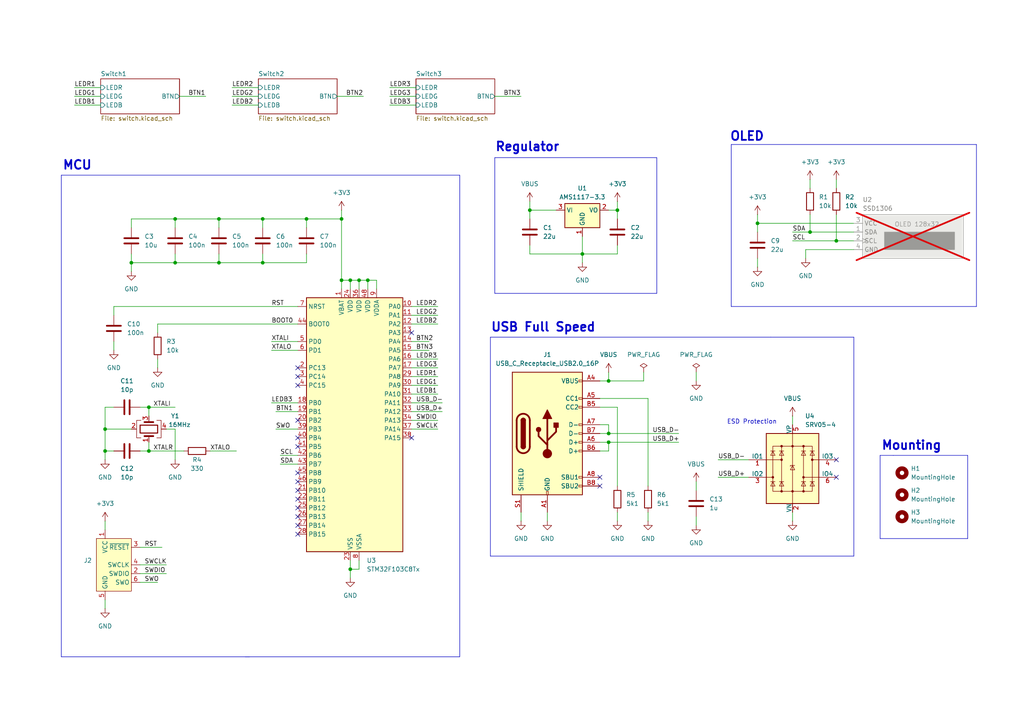
<source format=kicad_sch>
(kicad_sch (version 20231120) (generator "eeschema") (generator_version "8.0")
  (paper "A4")
  (lib_symbols
    (symbol "Connector:Conn_ARM_SWD_TagConnect_TC2030-NL" (in_bom no)
      (property "Reference" "J" (at 2.54 11.43 0))
      (property "Value" "Conn_ARM_SWD_TagConnect_TC2030-NL" (at 2.54 8.89 0))
      (symbol "Conn_ARM_SWD_TagConnect_TC2030-NL_0_0"
        (pin power_in line (at -2.54 10.16 270) (length 2.54) (name "VCC") (number "1"))
        (pin bidirectional line (at 7.62 -2.54 180) (length 2.54) (name "SWDIO") (number "2"))
        (pin open_collector line (at 7.62 5.08 180) (length 2.54) (name "~{RESET}") (number "3"))
        (pin output line (at 7.62 0 180) (length 2.54) (name "SWCLK") (number "4"))
        (pin power_in line (at -2.54 -10.16 90) (length 2.54) (name "GND") (number "5"))
        (pin input line (at 7.62 -5.08 180) (length 2.54) (name "SWO") (number "6"))
      )
      (symbol "Conn_ARM_SWD_TagConnect_TC2030-NL_0_1"
        (rectangle (start -5.08 7.62) (end 5.08 -7.62) (fill (type background)))
      )
    )
    (symbol "Connector:USB_C_Receptacle_USB2.0_16P" (pin_names (offset 1.016))
      (property "Reference" "J" (at 0 22.225 0))
      (property "Value" "USB_C_Receptacle_USB2.0_16P" (at 0 19.685 0))
      (symbol "USB_C_Receptacle_USB2.0_16P_0_0"
        (rectangle (start -0.254 -17.78) (end 0.254 -16.764))
        (rectangle (start 10.16 -14.986) (end 9.144 -15.494))
        (rectangle (start 10.16 -12.446) (end 9.144 -12.954))
        (rectangle (start 10.16 -4.826) (end 9.144 -5.334))
        (rectangle (start 10.16 -2.286) (end 9.144 -2.794))
        (rectangle (start 10.16 0.254) (end 9.144 -0.254))
        (rectangle (start 10.16 2.794) (end 9.144 2.286))
        (rectangle (start 10.16 7.874) (end 9.144 7.366))
        (rectangle (start 10.16 10.414) (end 9.144 9.906))
        (rectangle (start 10.16 15.494) (end 9.144 14.986))
      )
      (symbol "USB_C_Receptacle_USB2.0_16P_0_1"
        (rectangle (start -10.16 17.78) (end 10.16 -17.78) (stroke (width 0.254)) (fill (type background)))
        (arc (start -8.89 -3.81) (mid -6.985 -5.7067) (end -5.08 -3.81) (stroke (width 0.508)))
        (arc (start -7.62 -3.81) (mid -6.985 -4.4423) (end -6.35 -3.81) (stroke (width 0.254)))
        (arc (start -7.62 -3.81) (mid -6.985 -4.4423) (end -6.35 -3.81) (stroke (width 0.254)) (fill (type outline)))
        (rectangle (start -7.62 -3.81) (end -6.35 3.81) (stroke (width 0.254)) (fill (type outline)))
        (arc (start -6.35 3.81) (mid -6.985 4.4423) (end -7.62 3.81) (stroke (width 0.254)))
        (arc (start -6.35 3.81) (mid -6.985 4.4423) (end -7.62 3.81) (stroke (width 0.254)) (fill (type outline)))
        (arc (start -5.08 3.81) (mid -6.985 5.7067) (end -8.89 3.81) (stroke (width 0.508)))
        (circle (center -2.54 1.143) (radius 0.635) (stroke (width 0.254)) (fill (type outline)))
        (circle (center 0 -5.842) (radius 1.27) (fill (type outline)))
        (polyline (pts (xy -8.89 -3.81) (xy -8.89 3.81)) (stroke (width 0.508)))
        (polyline (pts (xy -5.08 3.81) (xy -5.08 -3.81)) (stroke (width 0.508)))
        (polyline (pts (xy 0 -5.842) (xy 0 4.318)) (stroke (width 0.508)))
        (polyline (pts (xy 0 -3.302) (xy -2.54 -0.762) (xy -2.54 0.508)) (stroke (width 0.508)))
        (polyline (pts (xy 0 -2.032) (xy 2.54 0.508) (xy 2.54 1.778)) (stroke (width 0.508)))
        (polyline (pts (xy -1.27 4.318) (xy 0 6.858) (xy 1.27 4.318) (xy -1.27 4.318)) (stroke (width 0.254)) (fill (type outline)))
        (rectangle (start 1.905 1.778) (end 3.175 3.048) (stroke (width 0.254)) (fill (type outline)))
      )
      (symbol "USB_C_Receptacle_USB2.0_16P_1_1"
        (pin passive line (at 0 -22.86 90) (length 5.08) (name "GND") (number "A1"))
        (pin passive line (at 0 -22.86 90) (length 5.08) hide (name "GND") (number "A12"))
        (pin passive line (at 15.24 15.24 180) (length 5.08) (name "VBUS") (number "A4"))
        (pin bidirectional line (at 15.24 10.16 180) (length 5.08) (name "CC1") (number "A5"))
        (pin bidirectional line (at 15.24 -2.54 180) (length 5.08) (name "D+") (number "A6"))
        (pin bidirectional line (at 15.24 2.54 180) (length 5.08) (name "D-") (number "A7"))
        (pin bidirectional line (at 15.24 -12.7 180) (length 5.08) (name "SBU1") (number "A8"))
        (pin passive line (at 15.24 15.24 180) (length 5.08) hide (name "VBUS") (number "A9"))
        (pin passive line (at 0 -22.86 90) (length 5.08) hide (name "GND") (number "B1"))
        (pin passive line (at 0 -22.86 90) (length 5.08) hide (name "GND") (number "B12"))
        (pin passive line (at 15.24 15.24 180) (length 5.08) hide (name "VBUS") (number "B4"))
        (pin bidirectional line (at 15.24 7.62 180) (length 5.08) (name "CC2") (number "B5"))
        (pin bidirectional line (at 15.24 -5.08 180) (length 5.08) (name "D+") (number "B6"))
        (pin bidirectional line (at 15.24 0 180) (length 5.08) (name "D-") (number "B7"))
        (pin bidirectional line (at 15.24 -15.24 180) (length 5.08) (name "SBU2") (number "B8"))
        (pin passive line (at 15.24 15.24 180) (length 5.08) hide (name "VBUS") (number "B9"))
        (pin passive line (at -7.62 -22.86 90) (length 5.08) (name "SHIELD") (number "S1"))
      )
    )
    (symbol "Device:C" (pin_numbers hide) (pin_names (offset 0.254))
      (property "Reference" "C" (at 0.635 2.54 0))
      (property "Value" "C" (at 0.635 -2.54 0))
      (symbol "C_0_1"
        (polyline (pts (xy -2.032 -0.762) (xy 2.032 -0.762)) (stroke (width 0.508)))
        (polyline (pts (xy -2.032 0.762) (xy 2.032 0.762)) (stroke (width 0.508)))
      )
      (symbol "C_1_1"
        (pin passive line (at 0 3.81 270) (length 2.794) (name "~") (number "1"))
        (pin passive line (at 0 -3.81 90) (length 2.794) (name "~") (number "2"))
      )
    )
    (symbol "Device:Crystal_GND24" (pin_names (offset 1.016) hide)
      (property "Reference" "Y" (at 3.175 5.08 0))
      (property "Value" "Crystal_GND24" (at 3.175 3.175 0))
      (symbol "Crystal_GND24_0_1"
        (rectangle (start -1.143 2.54) (end 1.143 -2.54) (stroke (width 0.3048)))
        (polyline (pts (xy -2.54 0) (xy -2.032 0)))
        (polyline (pts (xy -2.032 -1.27) (xy -2.032 1.27)) (stroke (width 0.508)))
        (polyline (pts (xy 0 -3.81) (xy 0 -3.556)))
        (polyline (pts (xy 0 3.556) (xy 0 3.81)))
        (polyline (pts (xy 2.032 -1.27) (xy 2.032 1.27)) (stroke (width 0.508)))
        (polyline (pts (xy 2.032 0) (xy 2.54 0)))
        (polyline (pts (xy -2.54 -2.286) (xy -2.54 -3.556) (xy 2.54 -3.556) (xy 2.54 -2.286)))
        (polyline (pts (xy -2.54 2.286) (xy -2.54 3.556) (xy 2.54 3.556) (xy 2.54 2.286)))
      )
      (symbol "Crystal_GND24_1_1"
        (pin passive line (at -3.81 0 0) (length 1.27) (name "1") (number "1"))
        (pin passive line (at 0 5.08 270) (length 1.27) (name "2") (number "2"))
        (pin passive line (at 3.81 0 180) (length 1.27) (name "3") (number "3"))
        (pin passive line (at 0 -5.08 90) (length 1.27) (name "4") (number "4"))
      )
    )
    (symbol "Device:R" (pin_numbers hide) (pin_names (offset 0))
      (property "Reference" "R" (at 2.032 0 90))
      (property "Value" "R" (at 0 0 90))
      (symbol "R_0_1"
        (rectangle (start -1.016 -2.54) (end 1.016 2.54) (stroke (width 0.254)))
      )
      (symbol "R_1_1"
        (pin passive line (at 0 3.81 270) (length 1.27) (name "~") (number "1"))
        (pin passive line (at 0 -3.81 90) (length 1.27) (name "~") (number "2"))
      )
    )
    (symbol "GND_1" (power) (pin_numbers hide) (pin_names (offset 0) hide)
      (property "Value" "GND" (at 0 -3.81 0))
      (symbol "GND_1_0_1"
        (polyline (pts (xy 0 0) (xy 0 -1.27) (xy 1.27 -1.27) (xy 0 -2.54) (xy -1.27 -1.27) (xy 0 -1.27)))
      )
      (symbol "GND_1_1_1"
        (pin power_in line (at 0 0 270) (length 0) (name "~") (number "1"))
      )
    )
    (symbol "GND_10" (power) (pin_numbers hide) (pin_names (offset 0) hide)
      (property "Value" "GND" (at 0 -3.81 0))
      (symbol "GND_10_0_1"
        (polyline (pts (xy 0 0) (xy 0 -1.27) (xy 1.27 -1.27) (xy 0 -2.54) (xy -1.27 -1.27) (xy 0 -1.27)))
      )
      (symbol "GND_10_1_1"
        (pin power_in line (at 0 0 270) (length 0) (name "~") (number "1"))
      )
    )
    (symbol "GND_12" (power) (pin_numbers hide) (pin_names (offset 0) hide)
      (property "Value" "GND" (at 0 -3.81 0))
      (symbol "GND_12_0_1"
        (polyline (pts (xy 0 0) (xy 0 -1.27) (xy 1.27 -1.27) (xy 0 -2.54) (xy -1.27 -1.27) (xy 0 -1.27)))
      )
      (symbol "GND_12_1_1"
        (pin power_in line (at 0 0 270) (length 0) (name "~") (number "1"))
      )
    )
    (symbol "GND_13" (power) (pin_numbers hide) (pin_names (offset 0) hide)
      (property "Value" "GND" (at 0 -3.81 0))
      (symbol "GND_13_0_1"
        (polyline (pts (xy 0 0) (xy 0 -1.27) (xy 1.27 -1.27) (xy 0 -2.54) (xy -1.27 -1.27) (xy 0 -1.27)))
      )
      (symbol "GND_13_1_1"
        (pin power_in line (at 0 0 270) (length 0) (name "~") (number "1"))
      )
    )
    (symbol "GND_14" (power) (pin_numbers hide) (pin_names (offset 0) hide)
      (property "Value" "GND" (at 0 -3.81 0))
      (symbol "GND_14_0_1"
        (polyline (pts (xy 0 0) (xy 0 -1.27) (xy 1.27 -1.27) (xy 0 -2.54) (xy -1.27 -1.27) (xy 0 -1.27)))
      )
      (symbol "GND_14_1_1"
        (pin power_in line (at 0 0 270) (length 0) (name "~") (number "1"))
      )
    )
    (symbol "GND_16" (power) (pin_numbers hide) (pin_names (offset 0) hide)
      (property "Value" "GND" (at 0 -3.81 0))
      (symbol "GND_16_0_1"
        (polyline (pts (xy 0 0) (xy 0 -1.27) (xy 1.27 -1.27) (xy 0 -2.54) (xy -1.27 -1.27) (xy 0 -1.27)))
      )
      (symbol "GND_16_1_1"
        (pin power_in line (at 0 0 270) (length 0) (name "~") (number "1"))
      )
    )
    (symbol "GND_17" (power) (pin_numbers hide) (pin_names (offset 0) hide)
      (property "Value" "GND" (at 0 -3.81 0))
      (symbol "GND_17_0_1"
        (polyline (pts (xy 0 0) (xy 0 -1.27) (xy 1.27 -1.27) (xy 0 -2.54) (xy -1.27 -1.27) (xy 0 -1.27)))
      )
      (symbol "GND_17_1_1"
        (pin power_in line (at 0 0 270) (length 0) (name "~") (number "1"))
      )
    )
    (symbol "GND_2" (power) (pin_numbers hide) (pin_names (offset 0) hide)
      (property "Value" "GND" (at 0 -3.81 0))
      (symbol "GND_2_0_1"
        (polyline (pts (xy 0 0) (xy 0 -1.27) (xy 1.27 -1.27) (xy 0 -2.54) (xy -1.27 -1.27) (xy 0 -1.27)))
      )
      (symbol "GND_2_1_1"
        (pin power_in line (at 0 0 270) (length 0) (name "~") (number "1"))
      )
    )
    (symbol "GND_6" (power) (pin_numbers hide) (pin_names (offset 0) hide)
      (property "Value" "GND" (at 0 -3.81 0))
      (symbol "GND_6_0_1"
        (polyline (pts (xy 0 0) (xy 0 -1.27) (xy 1.27 -1.27) (xy 0 -2.54) (xy -1.27 -1.27) (xy 0 -1.27)))
      )
      (symbol "GND_6_1_1"
        (pin power_in line (at 0 0 270) (length 0) (name "~") (number "1"))
      )
    )
    (symbol "MCU_ST_STM32F1:STM32F103C8Tx"
      (property "Reference" "U" (at -12.7 39.37 0))
      (property "Value" "STM32F103C8Tx" (at 10.16 39.37 0))
      (symbol "STM32F103C8Tx_0_1"
        (rectangle (start -12.7 -35.56) (end 15.24 38.1) (stroke (width 0.254)) (fill (type background)))
      )
      (symbol "STM32F103C8Tx_1_1"
        (pin power_in line (at -2.54 40.64 270) (length 2.54) (name "VBAT") (number "1"))
        (pin bidirectional line (at 17.78 35.56 180) (length 2.54) (name "PA0") (number "10"))
        (pin bidirectional line (at 17.78 33.02 180) (length 2.54) (name "PA1") (number "11"))
        (pin bidirectional line (at 17.78 30.48 180) (length 2.54) (name "PA2") (number "12"))
        (pin bidirectional line (at 17.78 27.94 180) (length 2.54) (name "PA3") (number "13"))
        (pin bidirectional line (at 17.78 25.4 180) (length 2.54) (name "PA4") (number "14"))
        (pin bidirectional line (at 17.78 22.86 180) (length 2.54) (name "PA5") (number "15"))
        (pin bidirectional line (at 17.78 20.32 180) (length 2.54) (name "PA6") (number "16"))
        (pin bidirectional line (at 17.78 17.78 180) (length 2.54) (name "PA7") (number "17"))
        (pin bidirectional line (at -15.24 7.62 0) (length 2.54) (name "PB0") (number "18"))
        (pin bidirectional line (at -15.24 5.08 0) (length 2.54) (name "PB1") (number "19"))
        (pin bidirectional line (at -15.24 17.78 0) (length 2.54) (name "PC13") (number "2"))
        (pin bidirectional line (at -15.24 2.54 0) (length 2.54) (name "PB2") (number "20"))
        (pin bidirectional line (at -15.24 -17.78 0) (length 2.54) (name "PB10") (number "21"))
        (pin bidirectional line (at -15.24 -20.32 0) (length 2.54) (name "PB11") (number "22"))
        (pin power_in line (at 0 -38.1 90) (length 2.54) (name "VSS") (number "23"))
        (pin power_in line (at 0 40.64 270) (length 2.54) (name "VDD") (number "24"))
        (pin bidirectional line (at -15.24 -22.86 0) (length 2.54) (name "PB12") (number "25"))
        (pin bidirectional line (at -15.24 -25.4 0) (length 2.54) (name "PB13") (number "26"))
        (pin bidirectional line (at -15.24 -27.94 0) (length 2.54) (name "PB14") (number "27"))
        (pin bidirectional line (at -15.24 -30.48 0) (length 2.54) (name "PB15") (number "28"))
        (pin bidirectional line (at 17.78 15.24 180) (length 2.54) (name "PA8") (number "29"))
        (pin bidirectional line (at -15.24 15.24 0) (length 2.54) (name "PC14") (number "3"))
        (pin bidirectional line (at 17.78 12.7 180) (length 2.54) (name "PA9") (number "30"))
        (pin bidirectional line (at 17.78 10.16 180) (length 2.54) (name "PA10") (number "31"))
        (pin bidirectional line (at 17.78 7.62 180) (length 2.54) (name "PA11") (number "32"))
        (pin bidirectional line (at 17.78 5.08 180) (length 2.54) (name "PA12") (number "33"))
        (pin bidirectional line (at 17.78 2.54 180) (length 2.54) (name "PA13") (number "34"))
        (pin passive line (at 0 -38.1 90) (length 2.54) hide (name "VSS") (number "35"))
        (pin power_in line (at 2.54 40.64 270) (length 2.54) (name "VDD") (number "36"))
        (pin bidirectional line (at 17.78 0 180) (length 2.54) (name "PA14") (number "37"))
        (pin bidirectional line (at 17.78 -2.54 180) (length 2.54) (name "PA15") (number "38"))
        (pin bidirectional line (at -15.24 0 0) (length 2.54) (name "PB3") (number "39"))
        (pin bidirectional line (at -15.24 12.7 0) (length 2.54) (name "PC15") (number "4"))
        (pin bidirectional line (at -15.24 -2.54 0) (length 2.54) (name "PB4") (number "40"))
        (pin bidirectional line (at -15.24 -5.08 0) (length 2.54) (name "PB5") (number "41"))
        (pin bidirectional line (at -15.24 -7.62 0) (length 2.54) (name "PB6") (number "42"))
        (pin bidirectional line (at -15.24 -10.16 0) (length 2.54) (name "PB7") (number "43"))
        (pin input line (at -15.24 30.48 0) (length 2.54) (name "BOOT0") (number "44"))
        (pin bidirectional line (at -15.24 -12.7 0) (length 2.54) (name "PB8") (number "45"))
        (pin bidirectional line (at -15.24 -15.24 0) (length 2.54) (name "PB9") (number "46"))
        (pin passive line (at 0 -38.1 90) (length 2.54) hide (name "VSS") (number "47"))
        (pin power_in line (at 5.08 40.64 270) (length 2.54) (name "VDD") (number "48"))
        (pin bidirectional line (at -15.24 25.4 0) (length 2.54) (name "PD0") (number "5"))
        (pin bidirectional line (at -15.24 22.86 0) (length 2.54) (name "PD1") (number "6"))
        (pin input line (at -15.24 35.56 0) (length 2.54) (name "NRST") (number "7"))
        (pin power_in line (at 2.54 -38.1 90) (length 2.54) (name "VSSA") (number "8"))
        (pin power_in line (at 7.62 40.64 270) (length 2.54) (name "VDDA") (number "9"))
      )
    )
    (symbol "Mechanical:MountingHole" (pin_names (offset 1.016)) (exclude_from_sim yes) (in_bom no)
      (property "Reference" "H" (at 0 5.08 0))
      (property "Value" "MountingHole" (at 0 3.175 0))
      (symbol "MountingHole_0_1"
        (circle (center 0 0) (radius 1.27) (stroke (width 1.27)))
      )
    )
    (symbol "Power_Protection:SRV05-4" (pin_names (offset 0))
      (property "Reference" "U" (at -5.08 11.43 0))
      (property "Value" "SRV05-4" (at 2.54 11.43 0))
      (symbol "SRV05-4_0_0"
        (rectangle (start -5.715 6.477) (end 5.715 -6.604))
        (polyline (pts (xy -3.175 -6.604) (xy -3.175 6.477)))
        (polyline (pts (xy 3.175 6.477) (xy 3.175 -6.604)))
      )
      (symbol "SRV05-4_0_1"
        (rectangle (start -7.62 10.16) (end 7.62 -10.16) (stroke (width 0.254)) (fill (type background)))
        (circle (center -5.715 -2.54) (radius 0.2794) (fill (type outline)))
        (circle (center -3.175 -6.604) (radius 0.2794) (fill (type outline)))
        (circle (center -3.175 2.54) (radius 0.2794) (fill (type outline)))
        (circle (center -3.175 6.477) (radius 0.2794) (fill (type outline)))
        (circle (center 0 -6.604) (radius 0.2794) (fill (type outline)))
        (polyline (pts (xy -7.747 2.54) (xy -3.175 2.54)))
        (polyline (pts (xy -7.62 -2.54) (xy -5.715 -2.54)))
        (polyline (pts (xy -5.08 -3.81) (xy -6.35 -3.81)))
        (polyline (pts (xy -5.08 5.08) (xy -6.35 5.08)))
        (polyline (pts (xy -2.54 -3.81) (xy -3.81 -3.81)))
        (polyline (pts (xy -2.54 5.08) (xy -3.81 5.08)))
        (polyline (pts (xy 0 10.16) (xy 0 -10.16)))
        (polyline (pts (xy 3.81 -3.81) (xy 2.54 -3.81)))
        (polyline (pts (xy 3.81 5.08) (xy 2.54 5.08)))
        (polyline (pts (xy 6.35 -3.81) (xy 5.08 -3.81)))
        (polyline (pts (xy 6.35 5.08) (xy 5.08 5.08)))
        (polyline (pts (xy 7.62 -2.54) (xy 3.175 -2.54)))
        (polyline (pts (xy 7.62 2.54) (xy 5.715 2.54)))
        (polyline (pts (xy 0.635 0.889) (xy -0.635 0.889) (xy -0.635 0.635)))
        (polyline (pts (xy -5.08 -5.08) (xy -6.35 -5.08) (xy -5.715 -3.81) (xy -5.08 -5.08)))
        (polyline (pts (xy -5.08 3.81) (xy -6.35 3.81) (xy -5.715 5.08) (xy -5.08 3.81)))
        (polyline (pts (xy -2.54 -5.08) (xy -3.81 -5.08) (xy -3.175 -3.81) (xy -2.54 -5.08)))
        (polyline (pts (xy -2.54 3.81) (xy -3.81 3.81) (xy -3.175 5.08) (xy -2.54 3.81)))
        (polyline (pts (xy 0.635 -0.381) (xy -0.635 -0.381) (xy 0 0.889) (xy 0.635 -0.381)))
        (polyline (pts (xy 3.81 -5.08) (xy 2.54 -5.08) (xy 3.175 -3.81) (xy 3.81 -5.08)))
        (polyline (pts (xy 3.81 3.81) (xy 2.54 3.81) (xy 3.175 5.08) (xy 3.81 3.81)))
        (polyline (pts (xy 6.35 -5.08) (xy 5.08 -5.08) (xy 5.715 -3.81) (xy 6.35 -5.08)))
        (polyline (pts (xy 6.35 3.81) (xy 5.08 3.81) (xy 5.715 5.08) (xy 6.35 3.81)))
        (circle (center 0 6.477) (radius 0.2794) (fill (type outline)))
        (circle (center 3.175 -6.604) (radius 0.2794) (fill (type outline)))
        (circle (center 3.175 -2.54) (radius 0.2794) (fill (type outline)))
        (circle (center 3.175 6.477) (radius 0.2794) (fill (type outline)))
        (circle (center 5.715 2.54) (radius 0.2794) (fill (type outline)))
      )
      (symbol "SRV05-4_1_1"
        (pin passive line (at -12.7 2.54 0) (length 5.08) (name "IO1") (number "1"))
        (pin passive line (at 0 -12.7 90) (length 2.54) (name "VN") (number "2"))
        (pin passive line (at -12.7 -2.54 0) (length 5.08) (name "IO2") (number "3"))
        (pin passive line (at 12.7 2.54 180) (length 5.08) (name "IO3") (number "4"))
        (pin passive line (at 0 12.7 270) (length 2.54) (name "VP") (number "5"))
        (pin passive line (at 12.7 -2.54 180) (length 5.08) (name "IO4") (number "6"))
      )
    )
    (symbol "Regulator_Linear:AMS1117-3.3"
      (property "Reference" "U" (at -3.81 3.175 0))
      (property "Value" "AMS1117-3.3" (at 0 3.175 0))
      (symbol "AMS1117-3.3_0_1"
        (rectangle (start -5.08 -5.08) (end 5.08 1.905) (stroke (width 0.254)) (fill (type background)))
      )
      (symbol "AMS1117-3.3_1_1"
        (pin power_in line (at 0 -7.62 90) (length 2.54) (name "GND") (number "1"))
        (pin power_out line (at 7.62 0 180) (length 2.54) (name "VO") (number "2"))
        (pin power_in line (at -7.62 0 0) (length 2.54) (name "VI") (number "3"))
      )
    )
    (symbol "User_Symbols:SSD1306_128x32"
      (property "Reference" "U" (at 1.27 1.524 0))
      (property "Value" "SSD1306" (at 24.384 1.524 0))
      (symbol "SSD1306_128x32_1_1"
        (rectangle (start 0 0) (end 29.21 -12.7) (fill (type background)))
        (rectangle (start 6.35 -5.08) (end 26.67 -10.16) (fill (type outline)))
        (text "OLED 128x32" (at 15.748 -2.794 0) (effects (font (size 1.27 1.27))))
        (pin bidirectional line (at -2.54 -5.08 0) (length 2.54) (name "SDA") (number "1"))
        (pin input clock (at -2.54 -7.62 0) (length 2.54) (name "SCL") (number "2"))
        (pin power_in line (at -2.54 -2.54 0) (length 2.54) (name "VCC") (number "3"))
        (pin power_in line (at -2.54 -10.16 0) (length 2.54) (name "GND") (number "4"))
      )
    )
    (symbol "VDDA_6" (power) (pin_numbers hide) (pin_names (offset 0) hide)
      (property "Value" "VDDA" (at 0 3.556 0))
      (symbol "VDDA_6_0_1"
        (polyline (pts (xy -0.762 1.27) (xy 0 2.54)))
        (polyline (pts (xy 0 0) (xy 0 2.54)))
        (polyline (pts (xy 0 2.54) (xy 0.762 1.27)))
      )
      (symbol "VDDA_6_1_1"
        (pin power_in line (at 0 0 90) (length 0) (name "~") (number "1"))
      )
    )
    (symbol "power:+3V3" (power) (pin_numbers hide) (pin_names (offset 0) hide)
      (property "Value" "+3V3" (at 0 3.556 0))
      (symbol "+3V3_0_1"
        (polyline (pts (xy -0.762 1.27) (xy 0 2.54)))
        (polyline (pts (xy 0 0) (xy 0 2.54)))
        (polyline (pts (xy 0 2.54) (xy 0.762 1.27)))
      )
      (symbol "+3V3_1_1"
        (pin power_in line (at 0 0 90) (length 0) (name "~") (number "1"))
      )
    )
    (symbol "power:GND" (power) (pin_numbers hide) (pin_names (offset 0) hide)
      (property "Value" "GND" (at 0 -3.81 0))
      (symbol "GND_0_1"
        (polyline (pts (xy 0 0) (xy 0 -1.27) (xy 1.27 -1.27) (xy 0 -2.54) (xy -1.27 -1.27) (xy 0 -1.27)))
      )
      (symbol "GND_1_1"
        (pin power_in line (at 0 0 270) (length 0) (name "~") (number "1"))
      )
    )
    (symbol "power:PWR_FLAG" (power) (pin_numbers hide) (pin_names (offset 0) hide)
      (property "Value" "PWR_FLAG" (at 0 3.81 0))
      (symbol "PWR_FLAG_0_0"
        (pin power_out line (at 0 0 90) (length 0) (name "~") (number "1"))
      )
      (symbol "PWR_FLAG_0_1"
        (polyline (pts (xy 0 0) (xy 0 1.27) (xy -1.016 1.905) (xy 0 2.54) (xy 1.016 1.905) (xy 0 1.27)))
      )
    )
    (symbol "power:VBUS" (power) (pin_numbers hide) (pin_names (offset 0) hide)
      (property "Value" "VBUS" (at 0 3.556 0))
      (symbol "VBUS_0_1"
        (polyline (pts (xy -0.762 1.27) (xy 0 2.54)))
        (polyline (pts (xy 0 0) (xy 0 2.54)))
        (polyline (pts (xy 0 2.54) (xy 0.762 1.27)))
      )
      (symbol "VBUS_1_1"
        (pin power_in line (at 0 0 90) (length 0) (name "~") (number "1"))
      )
    )
    (symbol "power:VDD" (power) (pin_numbers hide) (pin_names (offset 0) hide)
      (property "Value" "VDD" (at 0 3.556 0))
      (symbol "VDD_0_1"
        (polyline (pts (xy -0.762 1.27) (xy 0 2.54)))
        (polyline (pts (xy 0 0) (xy 0 2.54)))
        (polyline (pts (xy 0 2.54) (xy 0.762 1.27)))
      )
      (symbol "VDD_1_1"
        (pin power_in line (at 0 0 90) (length 0) (name "~") (number "1"))
      )
    )
  )
  (junction (at 43.18 130.81))
  (junction (at 99.06 63.5))
  (junction (at 168.91 73.66))
  (junction (at 242.57 69.85))
  (junction (at 76.2 76.2))
  (junction (at 88.9 63.5))
  (junction (at 106.68 81.28))
  (junction (at 38.1 76.2))
  (junction (at 101.6 81.28))
  (junction (at 63.5 63.5))
  (junction (at 30.48 130.81))
  (junction (at 176.53 110.49))
  (junction (at 153.67 60.96))
  (junction (at 50.8 63.5))
  (junction (at 30.48 124.46))
  (junction (at 63.5 76.2))
  (junction (at 234.95 67.31))
  (junction (at 104.14 81.28))
  (junction (at 219.71 64.77))
  (junction (at 76.2 63.5))
  (junction (at 179.07 60.96))
  (junction (at 50.8 76.2))
  (junction (at 43.18 118.11))
  (junction (at 101.6 165.1))
  (junction (at 176.53 125.73))
  (junction (at 176.53 128.27))
  (junction (at 99.06 81.28))
  (no_connect (at 86.36 109.22))
  (no_connect (at 86.36 142.24))
  (no_connect (at 242.57 138.43))
  (no_connect (at 86.36 121.92))
  (no_connect (at 86.36 111.76))
  (no_connect (at 86.36 152.4))
  (no_connect (at 86.36 144.78))
  (no_connect (at 173.99 138.43))
  (no_connect (at 86.36 139.7))
  (no_connect (at 119.38 96.52))
  (no_connect (at 119.38 127))
  (no_connect (at 242.57 133.35))
  (no_connect (at 86.36 129.54))
  (no_connect (at 86.36 137.16))
  (no_connect (at 86.36 154.94))
  (no_connect (at 86.36 127))
  (no_connect (at 86.36 149.86))
  (no_connect (at 86.36 147.32))
  (no_connect (at 173.99 140.97))
  (no_connect (at 86.36 106.68))
  (wire (pts (xy 119.38 106.68) (xy 127 106.68)))
  (wire (pts (xy 119.38 91.44) (xy 127 91.44)))
  (wire (pts (xy 109.22 81.28) (xy 109.22 83.82)))
  (polyline (pts (xy 17.78 190.5) (xy 72.39 190.5)))
  (wire (pts (xy 40.64 166.37) (xy 48.26 166.37)))
  (wire (pts (xy 119.38 101.6) (xy 124.46 101.6)))
  (wire (pts (xy 173.99 115.57) (xy 187.96 115.57)))
  (polyline (pts (xy 143.51 85.09) (xy 190.5 85.09)))
  (wire (pts (xy 119.38 93.98) (xy 127 93.98)))
  (wire (pts (xy 40.64 158.75) (xy 46.99 158.75)))
  (wire (pts (xy 30.48 118.11) (xy 33.02 118.11)))
  (wire (pts (xy 186.69 107.95) (xy 186.69 110.49)))
  (wire (pts (xy 119.38 111.76) (xy 127 111.76)))
  (polyline (pts (xy 133.35 190.5) (xy 133.35 50.8)))
  (wire (pts (xy 67.31 30.48) (xy 74.93 30.48)))
  (wire (pts (xy 153.67 63.5) (xy 153.67 60.96)))
  (polyline (pts (xy 283.21 41.91) (xy 212.09 41.91)))
  (wire (pts (xy 119.38 119.38) (xy 128.27 119.38)))
  (wire (pts (xy 78.74 99.06) (xy 86.36 99.06)))
  (wire (pts (xy 143.51 27.94) (xy 151.13 27.94)))
  (wire (pts (xy 63.5 73.66) (xy 63.5 76.2)))
  (wire (pts (xy 176.53 110.49) (xy 173.99 110.49)))
  (wire (pts (xy 201.93 139.7) (xy 201.93 142.24)))
  (wire (pts (xy 88.9 63.5) (xy 99.06 63.5)))
  (wire (pts (xy 219.71 64.77) (xy 247.65 64.77)))
  (wire (pts (xy 119.38 121.92) (xy 127 121.92)))
  (polyline (pts (xy 142.24 97.79) (xy 223.52 97.79)))
  (wire (pts (xy 38.1 76.2) (xy 38.1 78.74)))
  (wire (pts (xy 30.48 124.46) (xy 38.1 124.46)))
  (wire (pts (xy 99.06 60.96) (xy 99.06 63.5)))
  (wire (pts (xy 173.99 130.81) (xy 176.53 130.81)))
  (wire (pts (xy 179.07 58.42) (xy 179.07 60.96)))
  (polyline (pts (xy 280.67 132.08) (xy 280.67 156.21)))
  (wire (pts (xy 33.02 88.9) (xy 86.36 88.9)))
  (wire (pts (xy 80.01 119.38) (xy 86.36 119.38)))
  (wire (pts (xy 106.68 81.28) (xy 106.68 83.82)))
  (wire (pts (xy 229.87 148.59) (xy 229.87 151.13)))
  (wire (pts (xy 151.13 148.59) (xy 151.13 151.13)))
  (wire (pts (xy 104.14 81.28) (xy 106.68 81.28)))
  (wire (pts (xy 30.48 124.46) (xy 30.48 118.11)))
  (wire (pts (xy 179.07 60.96) (xy 179.07 63.5)))
  (wire (pts (xy 50.8 76.2) (xy 63.5 76.2)))
  (wire (pts (xy 88.9 73.66) (xy 88.9 76.2)))
  (wire (pts (xy 106.68 81.28) (xy 109.22 81.28)))
  (wire (pts (xy 176.53 123.19) (xy 176.53 125.73)))
  (wire (pts (xy 208.28 138.43) (xy 217.17 138.43)))
  (wire (pts (xy 33.02 99.06) (xy 33.02 101.6)))
  (wire (pts (xy 38.1 76.2) (xy 50.8 76.2)))
  (wire (pts (xy 168.91 73.66) (xy 179.07 73.66)))
  (wire (pts (xy 201.93 107.95) (xy 201.93 110.49)))
  (wire (pts (xy 101.6 162.56) (xy 101.6 165.1)))
  (wire (pts (xy 179.07 140.97) (xy 179.07 118.11)))
  (wire (pts (xy 119.38 99.06) (xy 124.46 99.06)))
  (wire (pts (xy 219.71 74.93) (xy 219.71 77.47)))
  (wire (pts (xy 60.96 130.81) (xy 68.58 130.81)))
  (wire (pts (xy 179.07 73.66) (xy 179.07 71.12)))
  (wire (pts (xy 242.57 69.85) (xy 247.65 69.85)))
  (polyline (pts (xy 259.08 132.08) (xy 280.67 132.08)))
  (wire (pts (xy 101.6 165.1) (xy 104.14 165.1)))
  (wire (pts (xy 63.5 63.5) (xy 63.5 66.04)))
  (wire (pts (xy 234.95 52.07) (xy 234.95 54.61)))
  (wire (pts (xy 186.69 110.49) (xy 176.53 110.49)))
  (wire (pts (xy 153.67 73.66) (xy 168.91 73.66)))
  (polyline (pts (xy 255.27 132.08) (xy 259.08 132.08)))
  (wire (pts (xy 40.64 163.83) (xy 48.26 163.83)))
  (wire (pts (xy 229.87 69.85) (xy 242.57 69.85)))
  (polyline (pts (xy 247.65 97.79) (xy 247.65 161.29)))
  (wire (pts (xy 38.1 66.04) (xy 38.1 63.5)))
  (wire (pts (xy 101.6 165.1) (xy 101.6 167.64)))
  (wire (pts (xy 33.02 91.44) (xy 33.02 88.9)))
  (wire (pts (xy 176.53 107.95) (xy 176.53 110.49)))
  (wire (pts (xy 153.67 60.96) (xy 161.29 60.96)))
  (wire (pts (xy 30.48 133.35) (xy 30.48 130.81)))
  (wire (pts (xy 242.57 52.07) (xy 242.57 54.61)))
  (polyline (pts (xy 255.27 156.21) (xy 255.27 132.08)))
  (wire (pts (xy 234.95 67.31) (xy 247.65 67.31)))
  (polyline (pts (xy 143.51 45.72) (xy 190.5 45.72)))
  (wire (pts (xy 176.53 125.73) (xy 196.85 125.73)))
  (wire (pts (xy 21.59 27.94) (xy 29.21 27.94)))
  (wire (pts (xy 173.99 123.19) (xy 176.53 123.19)))
  (wire (pts (xy 153.67 71.12) (xy 153.67 73.66)))
  (wire (pts (xy 242.57 62.23) (xy 242.57 69.85)))
  (wire (pts (xy 45.72 93.98) (xy 45.72 96.52)))
  (polyline (pts (xy 212.09 54.61) (xy 212.09 88.9)))
  (wire (pts (xy 80.01 124.46) (xy 86.36 124.46)))
  (wire (pts (xy 119.38 88.9) (xy 127 88.9)))
  (wire (pts (xy 104.14 165.1) (xy 104.14 162.56)))
  (polyline (pts (xy 190.5 85.09) (xy 190.5 45.72)))
  (wire (pts (xy 158.75 148.59) (xy 158.75 151.13)))
  (wire (pts (xy 45.72 104.14) (xy 45.72 106.68)))
  (wire (pts (xy 43.18 118.11) (xy 40.64 118.11)))
  (wire (pts (xy 113.03 25.4) (xy 120.65 25.4)))
  (wire (pts (xy 201.93 149.86) (xy 201.93 152.4)))
  (wire (pts (xy 229.87 120.65) (xy 229.87 123.19)))
  (wire (pts (xy 76.2 76.2) (xy 88.9 76.2)))
  (polyline (pts (xy 223.52 97.79) (xy 247.65 97.79)))
  (polyline (pts (xy 283.21 88.9) (xy 283.21 41.91)))
  (wire (pts (xy 43.18 120.65) (xy 43.18 118.11)))
  (wire (pts (xy 86.36 93.98) (xy 45.72 93.98)))
  (wire (pts (xy 67.31 25.4) (xy 74.93 25.4)))
  (wire (pts (xy 50.8 66.04) (xy 50.8 63.5)))
  (wire (pts (xy 88.9 63.5) (xy 76.2 63.5)))
  (wire (pts (xy 81.28 134.62) (xy 86.36 134.62)))
  (wire (pts (xy 173.99 125.73) (xy 176.53 125.73)))
  (wire (pts (xy 179.07 60.96) (xy 176.53 60.96)))
  (wire (pts (xy 99.06 63.5) (xy 99.06 81.28)))
  (wire (pts (xy 99.06 81.28) (xy 99.06 83.82)))
  (wire (pts (xy 50.8 124.46) (xy 50.8 133.35)))
  (wire (pts (xy 219.71 67.31) (xy 219.71 64.77)))
  (wire (pts (xy 38.1 63.5) (xy 50.8 63.5)))
  (wire (pts (xy 52.07 27.94) (xy 59.69 27.94)))
  (wire (pts (xy 153.67 58.42) (xy 153.67 60.96)))
  (wire (pts (xy 21.59 30.48) (xy 29.21 30.48)))
  (wire (pts (xy 119.38 124.46) (xy 127 124.46)))
  (wire (pts (xy 43.18 128.27) (xy 43.18 130.81)))
  (wire (pts (xy 101.6 81.28) (xy 101.6 83.82)))
  (wire (pts (xy 168.91 68.58) (xy 168.91 73.66)))
  (wire (pts (xy 43.18 130.81) (xy 40.64 130.81)))
  (polyline (pts (xy 143.51 45.72) (xy 143.51 85.09)))
  (polyline (pts (xy 247.65 161.29) (xy 142.24 161.29)))
  (wire (pts (xy 78.74 101.6) (xy 86.36 101.6)))
  (wire (pts (xy 113.03 30.48) (xy 120.65 30.48)))
  (wire (pts (xy 78.74 116.84) (xy 86.36 116.84)))
  (wire (pts (xy 119.38 116.84) (xy 128.27 116.84)))
  (wire (pts (xy 76.2 73.66) (xy 76.2 76.2)))
  (wire (pts (xy 50.8 124.46) (xy 48.26 124.46)))
  (polyline (pts (xy 280.67 156.21) (xy 255.27 156.21)))
  (polyline (pts (xy 17.78 50.8) (xy 17.78 190.5)))
  (wire (pts (xy 187.96 115.57) (xy 187.96 140.97)))
  (wire (pts (xy 229.87 67.31) (xy 234.95 67.31)))
  (wire (pts (xy 50.8 63.5) (xy 63.5 63.5)))
  (wire (pts (xy 43.18 118.11) (xy 50.8 118.11)))
  (wire (pts (xy 208.28 133.35) (xy 217.17 133.35)))
  (wire (pts (xy 119.38 114.3) (xy 127 114.3)))
  (wire (pts (xy 30.48 130.81) (xy 33.02 130.81)))
  (wire (pts (xy 176.53 130.81) (xy 176.53 128.27)))
  (wire (pts (xy 176.53 128.27) (xy 196.85 128.27)))
  (polyline (pts (xy 212.09 88.9) (xy 283.21 88.9)))
  (wire (pts (xy 104.14 81.28) (xy 104.14 83.82)))
  (wire (pts (xy 233.68 72.39) (xy 247.65 72.39)))
  (wire (pts (xy 168.91 73.66) (xy 168.91 76.2)))
  (wire (pts (xy 21.59 25.4) (xy 29.21 25.4)))
  (wire (pts (xy 30.48 130.81) (xy 30.48 124.46)))
  (wire (pts (xy 76.2 63.5) (xy 76.2 66.04)))
  (polyline (pts (xy 71.12 190.5) (xy 133.35 190.5)))
  (wire (pts (xy 30.48 151.13) (xy 30.48 153.67)))
  (polyline (pts (xy 133.35 50.8) (xy 17.78 50.8)))
  (wire (pts (xy 173.99 128.27) (xy 176.53 128.27)))
  (polyline (pts (xy 212.09 41.91) (xy 212.09 54.61)))
  (wire (pts (xy 50.8 73.66) (xy 50.8 76.2)))
  (wire (pts (xy 88.9 63.5) (xy 88.9 66.04)))
  (wire (pts (xy 63.5 76.2) (xy 76.2 76.2)))
  (wire (pts (xy 119.38 109.22) (xy 127 109.22)))
  (wire (pts (xy 233.68 72.39) (xy 233.68 74.93)))
  (wire (pts (xy 40.64 168.91) (xy 45.72 168.91)))
  (wire (pts (xy 97.79 27.94) (xy 105.41 27.94)))
  (wire (pts (xy 113.03 27.94) (xy 120.65 27.94)))
  (wire (pts (xy 81.28 132.08) (xy 86.36 132.08)))
  (polyline (pts (xy 142.24 161.29) (xy 142.24 97.79)))
  (wire (pts (xy 187.96 148.59) (xy 187.96 151.13)))
  (wire (pts (xy 38.1 73.66) (xy 38.1 76.2)))
  (wire (pts (xy 43.18 130.81) (xy 53.34 130.81)))
  (wire (pts (xy 99.06 81.28) (xy 101.6 81.28)))
  (wire (pts (xy 179.07 118.11) (xy 173.99 118.11)))
  (wire (pts (xy 30.48 173.99) (xy 30.48 176.53)))
  (wire (pts (xy 101.6 81.28) (xy 104.14 81.28)))
  (wire (pts (xy 179.07 148.59) (xy 179.07 151.13)))
  (wire (pts (xy 234.95 62.23) (xy 234.95 67.31)))
  (wire (pts (xy 63.5 63.5) (xy 76.2 63.5)))
  (wire (pts (xy 119.38 104.14) (xy 127 104.14)))
  (wire (pts (xy 67.31 27.94) (xy 74.93 27.94)))
  (wire (pts (xy 219.71 62.23) (xy 219.71 64.77)))
  (text "Regulator" (at 143.51 44.196 0) (effects (font (size 2.54 2.54) (thickness 0.508) (bold yes)) (justify left bottom)))
  (text "OLED" (at 211.582 41.148 0) (effects (font (size 2.54 2.54) (thickness 0.508) (bold yes)) (justify left bottom)))
  (text "MCU" (at 18.034 49.53 0) (effects (font (size 2.54 2.54) (thickness 0.508) (bold yes)) (justify left bottom)))
  (text "Mounting" (at 255.524 130.81 0) (effects (font (size 2.54 2.54) (thickness 0.508) (bold yes)) (justify left bottom)))
  (text "USB Full Speed" (at 142.24 96.52 0) (effects (font (size 2.54 2.54) (thickness 0.508) (bold yes)) (justify left bottom)))
  (text "ESD Protection" (at 210.82 123.19 0) (effects (font (size 1.27 1.27)) (justify left bottom)))
  (label "LEDR2" (at 120.65 88.9 0))
  (label "SWDIO" (at 41.91 166.37 0))
  (label "RST" (at 41.91 158.75 0))
  (label "LEDR3" (at 113.03 25.4 0))
  (label "LEDG1" (at 120.65 111.76 0))
  (label "SWCLK" (at 41.91 163.83 0))
  (label "LEDB1" (at 120.65 114.3 0))
  (label "SDA" (at 81.28 134.62 0))
  (label "LEDG3" (at 120.65 106.68 0))
  (label "SCL" (at 229.87 69.85 0))
  (label "LEDR1" (at 21.59 25.4 0))
  (label "LEDR2" (at 67.31 25.4 0))
  (label "BTN3" (at 146.05 27.94 0))
  (label "LEDB3" (at 78.74 116.84 0))
  (label "LEDB3" (at 113.03 30.48 0))
  (label "XTALI" (at 44.45 118.11 0))
  (label "RST" (at 78.74 88.9 0))
  (label "SWO" (at 41.91 168.91 0))
  (label "BTN1" (at 54.61 27.94 0))
  (label "SWCLK" (at 120.65 124.46 0))
  (label "BTN1" (at 80.01 119.38 0))
  (label "LEDR3" (at 120.65 104.14 0))
  (label "LEDG1" (at 21.59 27.94 0))
  (label "LEDG2" (at 67.31 27.94 0))
  (label "SWDIO" (at 120.65 121.92 0))
  (label "XTALO" (at 78.74 101.6 0))
  (label "SWO" (at 80.01 124.46 0))
  (label "USB_D-" (at 120.65 116.84 0))
  (label "BTN2" (at 120.65 99.06 0))
  (label "BTN3" (at 120.65 101.6 0))
  (label "USB_D+" (at 189.23 128.27 0))
  (label "LEDR1" (at 120.65 109.22 0))
  (label "LEDG2" (at 120.65 91.44 0))
  (label "LEDB1" (at 21.59 30.48 0))
  (label "USB_D-" (at 208.28 133.35 0))
  (label "USB_D+" (at 120.65 119.38 0))
  (label "LEDB2" (at 120.65 93.98 0))
  (label "USB_D-" (at 189.23 125.73 0))
  (label "SCL" (at 81.28 132.08 0))
  (label "BTN2" (at 100.33 27.94 0))
  (label "USB_D+" (at 208.28 138.43 0))
  (label "SDA" (at 229.87 67.31 0))
  (label "XTALR" (at 44.45 130.81 0))
  (label "LEDG3" (at 113.03 27.94 0))
  (label "XTALI" (at 78.74 99.06 0))
  (label "XTALO" (at 60.96 130.81 0))
  (label "BOOT0" (at 78.74 93.98 0))
  (label "LEDB2" (at 67.31 30.48 0))
  (symbol (lib_id "Device:C") (at 179.07 67.31 0) (unit 1)
    (property "Reference" "C2" (at 182.88 66.0399 0) (effects (justify left)))
    (property "Value" "22u" (at 182.88 68.5799 0) (effects (justify left)))
    (property "Footprint" "Capacitor_SMD:C_0603_1608Metric" (effects (hide yes)))
    (property "Description" "Unpolarized capacitor" (effects (hide yes)))
  )
  (symbol (lib_id "Device:R") (at 179.07 144.78 0) (unit 1)
    (property "Reference" "R5" (at 181.61 143.51 0) (effects (justify left)))
    (property "Value" "5k1" (at 181.61 146.05 0) (effects (justify left)))
    (property "Footprint" "Resistor_SMD:R_0402_1005Metric" (effects (hide yes)))
  )
  (symbol (lib_id "Mechanical:MountingHole") (at 261.62 143.51 0) (unit 1) (exclude_from_sim yes) (in_bom no)
    (property "Reference" "H2" (at 264.16 142.2399 0) (effects (justify left)))
    (property "Value" "MountingHole" (at 264.16 144.7799 0) (effects (justify left)))
    (property "Footprint" "MountingHole:MountingHole_3.2mm_M3" (effects (hide yes)))
    (property "Description" "Mounting Hole without connection" (effects (hide yes)))
  )
  (symbol (lib_id "power:+3V3") (at 179.07 58.42 0) (unit 1)
    (property "Reference" "#PWR04" (effects (hide yes)))
    (property "Value" "+3V3" (at 179.07 53.34 0))
    (property "Description" "Power symbol creates a global label with name \"+3V3\"" (effects (hide yes)))
  )
  (symbol (lib_id "power:VBUS") (at 201.93 139.7 0) (unit 1)
    (property "Reference" "#PWR019" (effects (hide yes)))
    (property "Value" "VBUS" (at 201.93 134.62 0))
    (property "Description" "Power symbol creates a global label with name \"VBUS\"" (effects (hide yes)))
  )
  (symbol (lib_id "Regulator_Linear:AMS1117-3.3") (at 168.91 60.96 0) (unit 1)
    (property "Reference" "U1" (at 168.91 54.61 0))
    (property "Value" "AMS1117-3.3" (at 168.91 57.15 0))
    (property "Footprint" "Package_TO_SOT_SMD:SOT-223-3_TabPin2" (effects (hide yes)))
    (property "Datasheet" "http://www.advanced-monolithic.com/pdf/ds1117.pdf" (effects (hide yes)))
    (property "Description" "1A Low Dropout regulator, positive, 3.3V fixed output, SOT-223" (effects (hide yes)))
  )
  (symbol (lib_id "Device:Crystal_GND24") (at 43.18 124.46 90) (unit 1)
    (property "Reference" "Y1" (at 50.8 120.65 90))
    (property "Value" "16MHz" (at 52.07 123.19 90))
    (property "Footprint" "Crystal:Crystal_SMD_3225-4Pin_3.2x2.5mm" (effects (hide yes)))
  )
  (symbol (lib_name "VDDA_6") (lib_id "power:VDDA") (at 234.95 52.07 0) (unit 1)
    (property "Reference" "#PWR01" (effects (hide yes)))
    (property "Value" "+3V3" (at 234.95 46.99 0))
    (property "Description" "Power symbol creates a global label with name \"VDDA\"" (effects (hide yes)))
  )
  (symbol (lib_id "power:PWR_FLAG") (at 186.69 107.95 0) (unit 1)
    (property "Reference" "#FLG02" (effects (hide yes)))
    (property "Value" "PWR_FLAG" (at 186.69 102.87 0))
    (property "Description" "Special symbol for telling ERC where power comes from" (effects (hide yes)))
  )
  (symbol (lib_name "GND_2") (lib_id "power:GND") (at 33.02 101.6 0) (unit 1)
    (property "Reference" "#PWR012" (effects (hide yes)))
    (property "Value" "GND" (at 33.02 106.68 0))
    (property "Description" "Power symbol creates a global label with name \"GND\" , ground" (effects (hide yes)))
  )
  (symbol (lib_name "VDDA_6") (lib_id "power:VDDA") (at 242.57 52.07 0) (unit 1)
    (property "Reference" "#PWR02" (effects (hide yes)))
    (property "Value" "+3V3" (at 242.57 46.99 0))
    (property "Description" "Power symbol creates a global label with name \"VDDA\"" (effects (hide yes)))
  )
  (symbol (lib_id "power:VBUS") (at 153.67 58.42 0) (unit 1)
    (property "Reference" "#PWR03" (effects (hide yes)))
    (property "Value" "VBUS" (at 153.67 53.34 0))
    (property "Description" "Power symbol creates a global label with name \"VBUS\"" (effects (hide yes)))
  )
  (symbol (lib_id "Device:C") (at 36.83 130.81 90) (unit 1)
    (property "Reference" "C12" (at 36.83 135.89 90))
    (property "Value" "10p" (at 36.83 138.43 90))
    (property "Footprint" "Capacitor_SMD:C_0402_1005Metric" (effects (hide yes)))
  )
  (symbol (lib_id "Connector:Conn_ARM_SWD_TagConnect_TC2030-NL") (at 33.02 163.83 0) (unit 1) (in_bom no)
    (property "Reference" "J2" (at 26.67 162.5599 0) (effects (justify right)))
    (property "Value" "Conn_ARM_SWD_TagConnect_TC2030-NL" (effects (hide yes)))
    (property "Footprint" "Connector:Tag-Connect_TC2030-IDC-NL_2x03_P1.27mm_Vertical" (effects (hide yes)))
    (property "Datasheet" "https://www.tag-connect.com/wp-content/uploads/bsk-pdf-manager/TC2030-CTX_1.pdf" (effects (hide yes)))
    (property "Description" "Tag-Connect ARM Cortex SWD JTAG connector, 6 pin, no legs" (effects (hide yes)))
  )
  (symbol (lib_id "Power_Protection:SRV05-4") (at 229.87 135.89 0) (unit 1)
    (property "Reference" "U4" (at 233.4961 120.65 0) (effects (justify left)))
    (property "Value" "SRV05-4" (at 233.4961 123.19 0) (effects (justify left)))
    (property "Footprint" "Package_TO_SOT_SMD:SOT-23-6" (effects (hide yes)))
    (property "Datasheet" "http://www.onsemi.com/pub/Collateral/SRV05-4-D.PDF" (effects (hide yes)))
    (property "LCSC" "C7420376" (effects (hide yes)))
  )
  (symbol (lib_id "Device:C") (at 38.1 69.85 0) (unit 1)
    (property "Reference" "C3" (at 41.91 68.5799 0) (effects (justify left)))
    (property "Value" "10u" (at 41.91 71.1199 0) (effects (justify left)))
    (property "Footprint" "Capacitor_SMD:C_0603_1608Metric" (effects (hide yes)))
    (property "Description" "Unpolarized capacitor" (effects (hide yes)))
  )
  (symbol (lib_id "power:GND") (at 30.48 133.35 0) (unit 1)
    (property "Reference" "#PWR017" (effects (hide yes)))
    (property "Value" "GND" (at 30.48 138.43 0))
    (property "Description" "Power symbol creates a global label with name \"GND\" , ground" (effects (hide yes)))
  )
  (symbol (lib_id "Device:C") (at 153.67 67.31 0) (unit 1)
    (property "Reference" "C1" (at 157.48 66.0399 0) (effects (justify left)))
    (property "Value" "22u" (at 157.48 68.5799 0) (effects (justify left)))
    (property "Footprint" "Capacitor_SMD:C_0805_2012Metric" (effects (hide yes)))
    (property "Description" "Unpolarized capacitor" (effects (hide yes)))
  )
  (symbol (lib_id "Device:R") (at 234.95 58.42 0) (unit 1)
    (property "Reference" "R1" (at 237.49 57.1499 0) (effects (justify left)))
    (property "Value" "10k" (at 237.49 59.6899 0) (effects (justify left)))
    (property "Footprint" "Resistor_SMD:R_0402_1005Metric" (effects (hide yes)))
    (property "Description" "Resistor" (effects (hide yes)))
  )
  (symbol (lib_id "Device:C") (at 63.5 69.85 0) (unit 1)
    (property "Reference" "C5" (at 67.31 68.5799 0) (effects (justify left)))
    (property "Value" "100n" (at 67.31 71.1199 0) (effects (justify left)))
    (property "Footprint" "Capacitor_SMD:C_0402_1005Metric" (effects (hide yes)))
    (property "Description" "Unpolarized capacitor" (effects (hide yes)))
  )
  (symbol (lib_id "Device:R") (at 242.57 58.42 0) (unit 1)
    (property "Reference" "R2" (at 245.11 57.1499 0) (effects (justify left)))
    (property "Value" "10k" (at 245.11 59.6899 0) (effects (justify left)))
    (property "Footprint" "Resistor_SMD:R_0402_1005Metric" (effects (hide yes)))
    (property "Description" "Resistor" (effects (hide yes)))
  )
  (symbol (lib_id "power:GND") (at 50.8 133.35 0) (unit 1)
    (property "Reference" "#PWR018" (effects (hide yes)))
    (property "Value" "GND" (at 50.8 138.43 0))
    (property "Description" "Power symbol creates a global label with name \"GND\" , ground" (effects (hide yes)))
  )
  (symbol (lib_id "Device:C") (at 36.83 118.11 90) (unit 1)
    (property "Reference" "C11" (at 36.83 110.49 90))
    (property "Value" "10p" (at 36.83 113.03 90))
    (property "Footprint" "Capacitor_SMD:C_0402_1005Metric" (effects (hide yes)))
  )
  (symbol (lib_id "Device:C") (at 33.02 95.25 0) (unit 1)
    (property "Reference" "C10" (at 36.83 93.9799 0) (effects (justify left)))
    (property "Value" "100n" (at 36.83 96.5199 0) (effects (justify left)))
    (property "Footprint" "Capacitor_SMD:C_0402_1005Metric" (effects (hide yes)))
    (property "Description" "Unpolarized capacitor" (effects (hide yes)))
  )
  (symbol (lib_id "Device:R") (at 57.15 130.81 90) (unit 1)
    (property "Reference" "R4" (at 57.15 133.35 90))
    (property "Value" "330" (at 57.15 135.89 90))
    (property "Footprint" "Resistor_SMD:R_0402_1005Metric" (effects (hide yes)))
  )
  (symbol (lib_id "Device:C") (at 219.71 71.12 0) (unit 1)
    (property "Reference" "C9" (at 223.52 69.8499 0) (effects (justify left)))
    (property "Value" "22u" (at 223.52 72.3899 0) (effects (justify left)))
    (property "Footprint" "Capacitor_SMD:C_0603_1608Metric" (effects (hide yes)))
    (property "Description" "Unpolarized capacitor" (effects (hide yes)))
  )
  (symbol (lib_id "Connector:USB_C_Receptacle_USB2.0_16P") (at 158.75 125.73 0) (unit 1)
    (property "Reference" "J1" (at 158.75 102.87 0))
    (property "Value" "USB_C_Receptacle_USB2.0_16P" (at 158.75 105.41 0))
    (property "Footprint" "Connector_USB:USB_C_Receptacle_GCT_USB4105-xx-A_16P_TopMnt_Horizontal" (effects (hide yes)))
    (property "Datasheet" "https://www.usb.org/sites/default/files/documents/usb_type-c.zip" (effects (hide yes)))
    (property "Description" "USB 2.0-only 16P Type-C Receptacle connector" (effects (hide yes)))
    (property "LCSC" "C165948" (effects (hide yes)))
  )
  (symbol (lib_id "Device:C") (at 88.9 69.85 0) (unit 1)
    (property "Reference" "C7" (at 92.71 68.5799 0) (effects (justify left)))
    (property "Value" "100n" (at 92.71 71.1199 0) (effects (justify left)))
    (property "Footprint" "Capacitor_SMD:C_0402_1005Metric" (effects (hide yes)))
    (property "Description" "Unpolarized capacitor" (effects (hide yes)))
  )
  (symbol (lib_id "MCU_ST_STM32F1:STM32F103C8Tx") (at 101.6 124.46 0) (unit 1)
    (property "Reference" "U3" (at 106.3341 162.56 0) (effects (justify left)))
    (property "Value" "STM32F103C8Tx" (at 106.3341 165.1 0) (effects (justify left)))
    (property "Footprint" "Package_QFP:LQFP-48_7x7mm_P0.5mm" (effects (hide yes)))
    (property "Datasheet" "https://www.st.com/resource/en/datasheet/stm32f103c8.pdf" (effects (hide yes)))
    (property "Description" "STMicroelectronics Arm Cortex-M3 MCU, 64KB flash, 20KB RAM, 72 MHz, 2.0-3.6V, 37 GPIO, LQFP48" (effects (hide yes)))
  )
  (symbol (lib_name "GND_12") (lib_id "power:GND") (at 158.75 151.13 0) (unit 1)
    (property "Reference" "#PWR022" (effects (hide yes)))
    (property "Value" "GND" (at 158.75 156.21 0))
    (property "Description" "Power symbol creates a global label with name \"GND\" , ground" (effects (hide yes)))
  )
  (symbol (lib_name "GND_14") (lib_id "power:GND") (at 201.93 110.49 0) (unit 1)
    (property "Reference" "#PWR015" (effects (hide yes)))
    (property "Value" "GND" (at 201.93 115.57 0))
    (property "Description" "Power symbol creates a global label with name \"GND\" , ground" (effects (hide yes)))
  )
  (symbol (lib_id "Device:C") (at 76.2 69.85 0) (unit 1)
    (property "Reference" "C6" (at 80.01 68.5799 0) (effects (justify left)))
    (property "Value" "100n" (at 80.01 71.1199 0) (effects (justify left)))
    (property "Footprint" "Capacitor_SMD:C_0402_1005Metric" (effects (hide yes)))
    (property "Description" "Unpolarized capacitor" (effects (hide yes)))
  )
  (symbol (lib_id "power:GND") (at 38.1 78.74 0) (unit 1)
    (property "Reference" "#PWR011" (effects (hide yes)))
    (property "Value" "GND" (at 38.1 83.82 0))
    (property "Description" "Power symbol creates a global label with name \"GND\" , ground" (effects (hide yes)))
  )
  (symbol (lib_name "GND_1") (lib_id "power:GND") (at 101.6 167.64 0) (unit 1)
    (property "Reference" "#PWR027" (effects (hide yes)))
    (property "Value" "GND" (at 101.6 172.72 0))
    (property "Description" "Power symbol creates a global label with name \"GND\" , ground" (effects (hide yes)))
  )
  (symbol (lib_id "Mechanical:MountingHole") (at 261.62 137.16 0) (unit 1) (exclude_from_sim yes) (in_bom no)
    (property "Reference" "H1" (at 264.16 135.8899 0) (effects (justify left)))
    (property "Value" "MountingHole" (at 264.16 138.4299 0) (effects (justify left)))
    (property "Footprint" "MountingHole:MountingHole_3.2mm_M3" (effects (hide yes)))
    (property "Description" "Mounting Hole without connection" (effects (hide yes)))
  )
  (symbol (lib_id "power:PWR_FLAG") (at 201.93 107.95 0) (unit 1)
    (property "Reference" "#FLG03" (effects (hide yes)))
    (property "Value" "PWR_FLAG" (at 201.93 102.87 0))
    (property "Description" "Special symbol for telling ERC where power comes from" (effects (hide yes)))
  )
  (symbol (lib_name "GND_1") (lib_id "power:GND") (at 30.48 176.53 0) (unit 1)
    (property "Reference" "#PWR028" (effects (hide yes)))
    (property "Value" "GND" (at 30.48 181.61 0))
    (property "Description" "Power symbol creates a global label with name \"GND\" , ground" (effects (hide yes)))
  )
  (symbol (lib_id "Device:C") (at 50.8 69.85 0) (unit 1)
    (property "Reference" "C4" (at 54.61 68.5799 0) (effects (justify left)))
    (property "Value" "100n" (at 54.61 71.1199 0) (effects (justify left)))
    (property "Footprint" "Capacitor_SMD:C_0402_1005Metric" (effects (hide yes)))
    (property "Description" "Unpolarized capacitor" (effects (hide yes)))
  )
  (symbol (lib_name "GND_2") (lib_id "power:GND") (at 45.72 106.68 0) (unit 1)
    (property "Reference" "#PWR013" (effects (hide yes)))
    (property "Value" "GND" (at 45.72 111.76 0))
    (property "Description" "Power symbol creates a global label with name \"GND\" , ground" (effects (hide yes)))
  )
  (symbol (lib_id "power:VDD") (at 30.48 151.13 0) (unit 1)
    (property "Reference" "#PWR020" (effects (hide yes)))
    (property "Value" "+3V3" (at 30.48 146.05 0))
    (property "Description" "Power symbol creates a global label with name \"VDD\"" (effects (hide yes)))
  )
  (symbol (lib_id "power:VDD") (at 99.06 60.96 0) (unit 1)
    (property "Reference" "#PWR05" (effects (hide yes)))
    (property "Value" "+3V3" (at 99.06 55.88 0))
    (property "Description" "Power symbol creates a global label with name \"VDD\"" (effects (hide yes)))
  )
  (symbol (lib_name "GND_16") (lib_id "power:GND") (at 151.13 151.13 0) (unit 1)
    (property "Reference" "#PWR021" (effects (hide yes)))
    (property "Value" "GND" (at 151.13 156.21 0))
    (property "Description" "Power symbol creates a global label with name \"GND\" , ground" (effects (hide yes)))
  )
  (symbol (lib_id "Device:R") (at 187.96 144.78 0) (unit 1)
    (property "Reference" "R6" (at 190.5 143.51 0) (effects (justify left)))
    (property "Value" "5k1" (at 190.5 146.05 0) (effects (justify left)))
    (property "Footprint" "Resistor_SMD:R_0402_1005Metric" (effects (hide yes)))
  )
  (symbol (lib_id "Mechanical:MountingHole") (at 261.62 149.86 0) (unit 1) (exclude_from_sim yes) (in_bom no)
    (property "Reference" "H3" (at 264.16 148.5899 0) (effects (justify left)))
    (property "Value" "MountingHole" (at 264.16 151.1299 0) (effects (justify left)))
    (property "Footprint" "MountingHole:MountingHole_3.2mm_M3" (effects (hide yes)))
    (property "Description" "Mounting Hole without connection" (effects (hide yes)))
  )
  (symbol (lib_id "power:VBUS") (at 176.53 107.95 0) (unit 1)
    (property "Reference" "#PWR014" (effects (hide yes)))
    (property "Value" "VBUS" (at 176.53 102.87 0))
    (property "Description" "Power symbol creates a global label with name \"VBUS\"" (effects (hide yes)))
  )
  (symbol (lib_name "GND_13") (lib_id "power:GND") (at 201.93 152.4 0) (unit 1)
    (property "Reference" "#PWR026" (effects (hide yes)))
    (property "Value" "GND" (at 201.93 157.48 0))
    (property "Description" "Power symbol creates a global label with name \"GND\" , ground" (effects (hide yes)))
  )
  (symbol (lib_name "GND_2") (lib_id "power:GND") (at 219.71 77.47 0) (unit 1)
    (property "Reference" "#PWR010" (effects (hide yes)))
    (property "Value" "GND" (at 219.71 82.55 0))
    (property "Description" "Power symbol creates a global label with name \"GND\" , ground" (effects (hide yes)))
  )
  (symbol (lib_name "GND_10") (lib_id "power:GND") (at 187.96 151.13 0) (unit 1)
    (property "Reference" "#PWR024" (effects (hide yes)))
    (property "Value" "GND" (at 187.96 156.21 0))
    (property "Description" "Power symbol creates a global label with name \"GND\" , ground" (effects (hide yes)))
  )
  (symbol (lib_id "Device:R") (at 45.72 100.33 0) (unit 1)
    (property "Reference" "R3" (at 48.26 99.0599 0) (effects (justify left)))
    (property "Value" "10k" (at 48.26 101.5999 0) (effects (justify left)))
    (property "Footprint" "Resistor_SMD:R_0402_1005Metric" (effects (hide yes)))
    (property "Description" "Resistor" (effects (hide yes)))
  )
  (symbol (lib_id "power:VBUS") (at 229.87 120.65 0) (unit 1)
    (property "Reference" "#PWR016" (effects (hide yes)))
    (property "Value" "VBUS" (at 229.87 115.57 0))
    (property "Description" "Power symbol creates a global label with name \"VBUS\"" (effects (hide yes)))
  )
  (symbol (lib_id "power:GND") (at 168.91 76.2 0) (unit 1)
    (property "Reference" "#PWR08" (effects (hide yes)))
    (property "Value" "GND" (at 168.91 81.28 0))
    (property "Description" "Power symbol creates a global label with name \"GND\" , ground" (effects (hide yes)))
  )
  (symbol (lib_name "GND_6") (lib_id "power:GND") (at 179.07 151.13 0) (unit 1)
    (property "Reference" "#PWR023" (effects (hide yes)))
    (property "Value" "GND" (at 179.07 156.21 0))
    (property "Description" "Power symbol creates a global label with name \"GND\" , ground" (effects (hide yes)))
  )
  (symbol (lib_name "GND_17") (lib_id "power:GND") (at 229.87 151.13 0) (unit 1)
    (property "Reference" "#PWR025" (effects (hide yes)))
    (property "Value" "GND" (at 229.87 156.21 0))
    (property "Description" "Power symbol creates a global label with name \"GND\" , ground" (effects (hide yes)))
  )
  (symbol (lib_name "GND_2") (lib_id "power:GND") (at 233.68 74.93 0) (mirror y) (unit 1)
    (property "Reference" "#PWR07" (effects (hide yes)))
    (property "Value" "GND" (at 233.68 80.01 0))
    (property "Description" "Power symbol creates a global label with name \"GND\" , ground" (effects (hide yes)))
  )
  (symbol (lib_id "Device:C") (at 201.93 146.05 0) (unit 1)
    (property "Reference" "C13" (at 205.74 144.78 0) (effects (justify left)))
    (property "Value" "1u" (at 205.74 147.32 0) (effects (justify left)))
    (property "Footprint" "Capacitor_SMD:C_0402_1005Metric" (effects (hide yes)))
  )
  (symbol (lib_name "VDDA_6") (lib_id "power:VDDA") (at 219.71 62.23 0) (unit 1)
    (property "Reference" "#PWR050" (effects (hide yes)))
    (property "Value" "+3V3" (at 219.71 57.15 0))
    (property "Description" "Power symbol creates a global label with name \"VDDA\"" (effects (hide yes)))
  )
  (symbol (lib_id "User_Symbols:SSD1306_128x32") (at 250.19 62.23 0) (unit 1) (dnp yes)
    (property "Reference" "U2" (at 250.19 57.912 0) (effects (justify left)))
    (property "Value" "SSD1306" (at 250.19 60.452 0) (effects (justify left)))
    (property "Footprint" "Connector_PinHeader_2.54mm:PinHeader_1x04_P2.54mm_Vertical" (effects (hide yes)))
    (property "Datasheet" "https://cdn-shop.adafruit.com/datasheets/SSD1306.pdf" (effects (hide yes)))
  )
  (sheet (at 120.65 22.86) (size 22.86 10.16) (stroke (width 0.1524))
    (property "Sheetname" "Switch3" (at 120.65 22.1484 0) (effects (justify left bottom)))
    (property "Sheetfile" "switch.kicad_sch" (at 120.65 33.6046 0) (effects (justify left top)))
    (pin "BTN" output (at 143.51 27.94 0))
    (pin "LEDR" input (at 120.65 25.4 180))
    (pin "LEDB" input (at 120.65 30.48 180))
    (pin "LEDG" input (at 120.65 27.94 180))
  )
  (sheet (at 29.21 22.86) (size 22.86 10.16) (stroke (width 0.1524))
    (property "Sheetname" "Switch1" (at 29.21 22.1484 0) (effects (justify left bottom)))
    (property "Sheetfile" "switch.kicad_sch" (at 29.21 33.6046 0) (effects (justify left top)))
    (pin "BTN" output (at 52.07 27.94 0))
    (pin "LEDR" input (at 29.21 25.4 180))
    (pin "LEDB" input (at 29.21 30.48 180))
    (pin "LEDG" input (at 29.21 27.94 180))
  )
  (sheet (at 74.93 22.86) (size 22.86 10.16) (stroke (width 0.1524))
    (property "Sheetname" "Switch2" (at 74.93 22.1484 0) (effects (justify left bottom)))
    (property "Sheetfile" "switch.kicad_sch" (at 74.93 33.6046 0) (effects (justify left top)))
    (pin "BTN" output (at 97.79 27.94 0))
    (pin "LEDR" input (at 74.93 25.4 180))
    (pin "LEDB" input (at 74.93 30.48 180))
    (pin "LEDG" input (at 74.93 27.94 180))
  )
)
</source>
